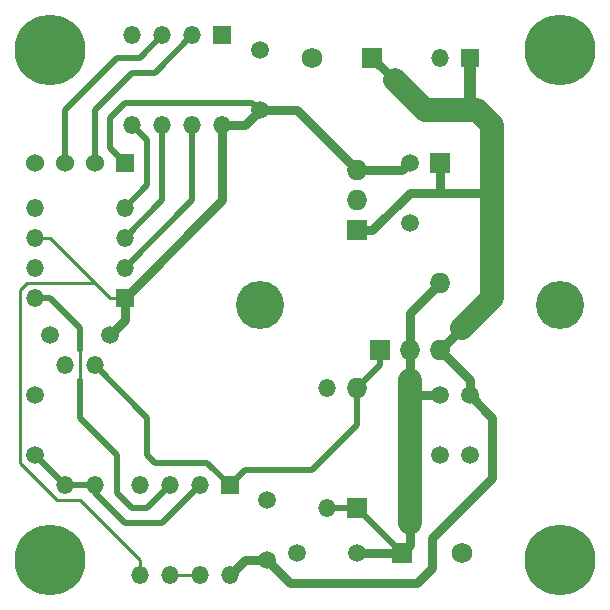
<source format=gtl>
G04 (created by PCBNEW (22-Jun-2014 BZR 4027)-stable) date Sun 25 Feb 2018 06:50:33 PM CST*
%MOIN*%
G04 Gerber Fmt 3.4, Leading zero omitted, Abs format*
%FSLAX34Y34*%
G01*
G70*
G90*
G04 APERTURE LIST*
%ADD10C,0.00590551*%
%ADD11R,0.069X0.069*%
%ADD12O,0.069X0.069*%
%ADD13O,0.059X0.059*%
%ADD14C,0.059*%
%ADD15R,0.059X0.059*%
%ADD16C,0.16*%
%ADD17C,0.069*%
%ADD18C,0.23622*%
%ADD19R,0.06X0.06*%
%ADD20C,0.06*%
%ADD21C,0.03*%
%ADD22C,0.02*%
%ADD23C,0.01*%
%ADD24C,0.04*%
%ADD25C,0.08*%
G04 APERTURE END LIST*
G54D10*
G54D11*
X59500Y-55750D03*
G54D12*
X59500Y-54750D03*
X59500Y-53750D03*
G54D11*
X60250Y-59750D03*
G54D12*
X61250Y-59750D03*
X62250Y-59750D03*
G54D13*
X50750Y-60250D03*
X50750Y-64250D03*
X49750Y-64250D03*
X49750Y-60250D03*
G54D14*
X56500Y-66750D03*
X56500Y-64750D03*
X56250Y-51750D03*
X56250Y-49750D03*
X51250Y-59250D03*
X49250Y-59250D03*
G54D15*
X55250Y-64250D03*
G54D13*
X54250Y-64250D03*
X53250Y-64250D03*
X52250Y-64250D03*
X52250Y-67250D03*
X53250Y-67250D03*
X55250Y-67250D03*
X54250Y-67250D03*
G54D15*
X51750Y-58000D03*
G54D13*
X51750Y-57000D03*
X51750Y-56000D03*
X51750Y-55000D03*
X48750Y-55000D03*
X48750Y-56000D03*
X48750Y-58000D03*
X48750Y-57000D03*
G54D15*
X55000Y-49250D03*
G54D13*
X54000Y-49250D03*
X53000Y-49250D03*
X52000Y-49250D03*
X52000Y-52250D03*
X53000Y-52250D03*
X55000Y-52250D03*
X54000Y-52250D03*
G54D16*
X66250Y-58250D03*
X56250Y-58250D03*
G54D11*
X61000Y-66500D03*
G54D17*
X63000Y-66500D03*
G54D11*
X60000Y-50000D03*
G54D17*
X58000Y-50000D03*
G54D18*
X49250Y-49750D03*
X49250Y-66750D03*
X66250Y-49750D03*
X66250Y-66750D03*
G54D14*
X63250Y-61250D03*
X63250Y-63250D03*
X62250Y-61250D03*
X62250Y-63250D03*
G54D13*
X58500Y-65000D03*
X58500Y-61000D03*
G54D15*
X63250Y-50000D03*
G54D13*
X62250Y-50000D03*
G54D14*
X59500Y-66500D03*
X57500Y-66500D03*
X61250Y-53500D03*
X61250Y-55500D03*
X48750Y-63250D03*
X48750Y-61250D03*
G54D19*
X51750Y-53500D03*
G54D20*
X50750Y-53500D03*
X49750Y-53500D03*
X48750Y-53500D03*
G54D11*
X59500Y-65000D03*
G54D12*
X59500Y-61000D03*
G54D11*
X62250Y-53500D03*
G54D12*
X62250Y-57500D03*
G54D21*
X59500Y-53750D02*
X61000Y-53750D01*
X61000Y-53750D02*
X61250Y-53500D01*
G54D22*
X51750Y-53500D02*
X51250Y-53000D01*
X56000Y-51500D02*
X56250Y-51750D01*
X51750Y-51500D02*
X56000Y-51500D01*
X51250Y-52000D02*
X51750Y-51500D01*
X51250Y-53000D02*
X51250Y-52000D01*
G54D23*
X48750Y-64000D02*
X48250Y-63500D01*
X52250Y-67250D02*
X52250Y-66750D01*
X50250Y-64750D02*
X52250Y-66750D01*
X49500Y-64750D02*
X50250Y-64750D01*
X48750Y-64000D02*
X49500Y-64750D01*
X48250Y-63500D02*
X48250Y-58250D01*
X49250Y-57500D02*
X50750Y-57500D01*
X48750Y-57500D02*
X49250Y-57500D01*
X48500Y-57500D02*
X48750Y-57500D01*
X48250Y-57750D02*
X48500Y-57500D01*
X48250Y-58250D02*
X48250Y-57750D01*
X48750Y-56000D02*
X49250Y-56000D01*
X51250Y-58000D02*
X51750Y-58000D01*
X49250Y-56000D02*
X50750Y-57500D01*
X50750Y-57500D02*
X51250Y-58000D01*
G54D21*
X51750Y-58000D02*
X51750Y-58750D01*
X51750Y-58750D02*
X51250Y-59250D01*
X55000Y-52250D02*
X55000Y-54750D01*
X55000Y-54750D02*
X51750Y-58000D01*
X59500Y-53750D02*
X57500Y-51750D01*
X57500Y-51750D02*
X56250Y-51750D01*
X55000Y-52250D02*
X55750Y-52250D01*
X55750Y-52250D02*
X56250Y-51750D01*
G54D22*
X54000Y-52250D02*
X54000Y-54750D01*
X54000Y-54750D02*
X51750Y-57000D01*
G54D23*
X53250Y-67250D02*
X54250Y-67250D01*
G54D22*
X55250Y-64250D02*
X55750Y-63750D01*
X59500Y-62250D02*
X59500Y-61000D01*
X58000Y-63750D02*
X59500Y-62250D01*
X55750Y-63750D02*
X58000Y-63750D01*
X60250Y-59750D02*
X60250Y-60250D01*
X60250Y-60250D02*
X59500Y-61000D01*
X50750Y-60250D02*
X52500Y-62000D01*
X52500Y-62000D02*
X52500Y-63250D01*
X53000Y-63500D02*
X52750Y-63500D01*
X54500Y-63500D02*
X53000Y-63500D01*
X54500Y-63500D02*
X55250Y-64250D01*
X52750Y-63500D02*
X52500Y-63250D01*
X48750Y-63250D02*
X49750Y-64250D01*
X49750Y-64250D02*
X50750Y-64250D01*
X50750Y-64250D02*
X50750Y-64500D01*
X50750Y-64500D02*
X51750Y-65500D01*
X53000Y-65500D02*
X51750Y-65500D01*
X53000Y-65500D02*
X54250Y-64250D01*
X50250Y-59750D02*
X50250Y-59000D01*
X51500Y-64500D02*
X52000Y-65000D01*
X51500Y-63250D02*
X51500Y-64500D01*
X50250Y-62000D02*
X51500Y-63250D01*
X53250Y-64250D02*
X52500Y-65000D01*
X52000Y-65000D02*
X52500Y-65000D01*
X50250Y-60750D02*
X50250Y-62000D01*
G54D23*
X50250Y-60750D02*
X50250Y-59750D01*
G54D22*
X49250Y-58000D02*
X48750Y-58000D01*
X50250Y-59000D02*
X49250Y-58000D01*
X51750Y-55000D02*
X52500Y-54250D01*
X52500Y-52750D02*
X52000Y-52250D01*
X52500Y-54250D02*
X52500Y-52750D01*
X53000Y-52250D02*
X53000Y-54750D01*
X53000Y-54750D02*
X51750Y-56000D01*
X50750Y-53250D02*
X50750Y-52500D01*
X50750Y-51750D02*
X52000Y-50500D01*
X52000Y-50500D02*
X52750Y-50500D01*
X52750Y-50500D02*
X54000Y-49250D01*
X50750Y-52500D02*
X50750Y-51750D01*
X49750Y-53250D02*
X49750Y-52500D01*
X49750Y-51750D02*
X51500Y-50000D01*
X51500Y-50000D02*
X52250Y-50000D01*
X52250Y-50000D02*
X53000Y-49250D01*
X49750Y-52500D02*
X49750Y-51750D01*
G54D21*
X62250Y-53500D02*
X62250Y-54500D01*
G54D24*
X63250Y-50000D02*
X63250Y-51500D01*
X63250Y-51500D02*
X63500Y-51750D01*
G54D21*
X56500Y-66750D02*
X57250Y-67500D01*
X57250Y-67500D02*
X61000Y-67500D01*
X61000Y-67500D02*
X61500Y-67500D01*
X61500Y-67500D02*
X62000Y-67000D01*
X62000Y-67000D02*
X62000Y-66500D01*
X62000Y-66500D02*
X62000Y-66000D01*
X62000Y-66000D02*
X64000Y-64000D01*
X64000Y-64000D02*
X64000Y-62250D01*
X64000Y-62250D02*
X64000Y-62000D01*
X64000Y-62000D02*
X63250Y-61250D01*
X61250Y-54500D02*
X60000Y-55750D01*
X60000Y-55750D02*
X59500Y-55750D01*
X61250Y-54500D02*
X62250Y-54500D01*
X62250Y-54500D02*
X64000Y-54500D01*
X63250Y-61250D02*
X63250Y-60750D01*
X63250Y-60750D02*
X62250Y-59750D01*
X55250Y-67250D02*
X55750Y-66750D01*
X55750Y-66750D02*
X56500Y-66750D01*
X60000Y-50000D02*
X60750Y-50750D01*
G54D25*
X60750Y-50750D02*
X61750Y-51750D01*
X64000Y-58000D02*
X63000Y-59000D01*
G54D21*
X63000Y-59000D02*
X62250Y-59750D01*
G54D25*
X64000Y-57250D02*
X64000Y-57500D01*
X64000Y-57500D02*
X64000Y-58000D01*
X63500Y-51750D02*
X64000Y-52250D01*
X63000Y-51750D02*
X63500Y-51750D01*
X64000Y-52250D02*
X64000Y-54500D01*
X64000Y-54500D02*
X64000Y-56750D01*
X64000Y-56750D02*
X64000Y-57250D01*
X61750Y-51750D02*
X63000Y-51750D01*
G54D21*
X61250Y-59750D02*
X61250Y-58500D01*
X61250Y-58500D02*
X62250Y-57500D01*
G54D22*
X59500Y-65000D02*
X61000Y-66500D01*
X58500Y-65000D02*
X59500Y-65000D01*
G54D21*
X61000Y-66500D02*
X59500Y-66500D01*
X62250Y-61250D02*
X61250Y-61250D01*
X61250Y-59750D02*
X61250Y-60750D01*
G54D25*
X61250Y-60750D02*
X61250Y-61250D01*
X61250Y-61250D02*
X61250Y-61500D01*
X61250Y-61500D02*
X61250Y-64000D01*
X61250Y-64000D02*
X61250Y-65000D01*
G54D21*
X61250Y-65500D02*
X61250Y-66250D01*
X61250Y-66250D02*
X61000Y-66500D01*
G54D25*
X61250Y-65000D02*
X61250Y-65500D01*
M02*

</source>
